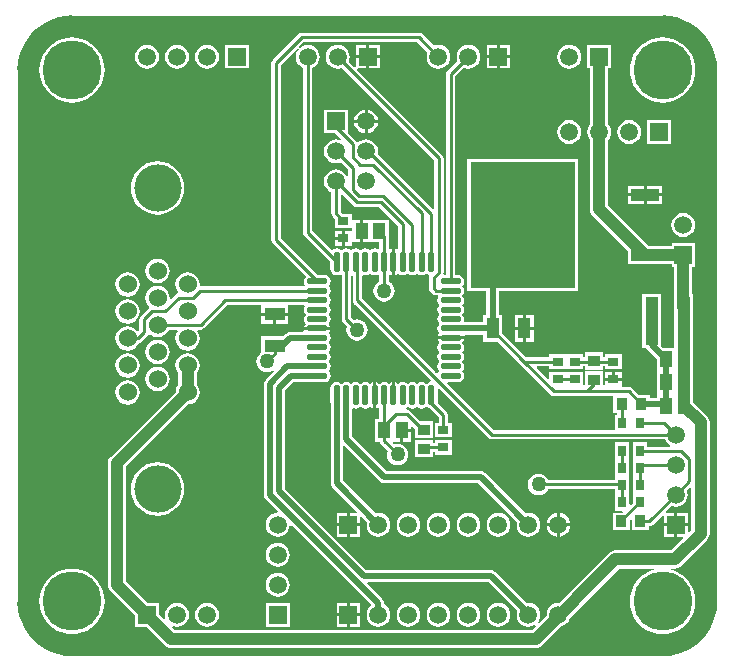
<source format=gtl>
G04 Layer_Physical_Order=1*
G04 Layer_Color=255*
%FSLAX24Y24*%
%MOIN*%
G70*
G01*
G75*
%ADD10R,0.0433X0.0551*%
%ADD11R,0.0354X0.0276*%
%ADD12R,0.0394X0.0374*%
%ADD13R,0.0433X0.0669*%
%ADD14R,0.0669X0.0433*%
%ADD15R,0.3504X0.4193*%
%ADD16R,0.0945X0.0413*%
%ADD17R,0.0374X0.0394*%
%ADD18R,0.0276X0.0354*%
%ADD19O,0.0217X0.0689*%
%ADD20O,0.0689X0.0217*%
%ADD21C,0.0200*%
%ADD22C,0.0100*%
%ADD23C,0.0400*%
%ADD24C,0.1575*%
%ADD25C,0.0600*%
%ADD26C,0.0591*%
%ADD27R,0.0591X0.0591*%
%ADD28R,0.0591X0.0591*%
%ADD29C,0.0500*%
%ADD30C,0.1969*%
G36*
X19922Y19518D02*
X20155Y19472D01*
X20381Y19396D01*
X20594Y19290D01*
X20791Y19158D01*
X20970Y19002D01*
X21127Y18823D01*
X21259Y18625D01*
X21364Y18412D01*
X21441Y18187D01*
X21487Y17954D01*
X21502Y17723D01*
X21501Y17717D01*
Y0D01*
X21502Y-7D01*
X21487Y-237D01*
X21441Y-470D01*
X21364Y-695D01*
X21259Y-909D01*
X21127Y-1106D01*
X20970Y-1285D01*
X20791Y-1442D01*
X20594Y-1574D01*
X20381Y-1679D01*
X20155Y-1755D01*
X19922Y-1802D01*
X19692Y-1817D01*
X19685Y-1816D01*
X0D01*
X-7Y-1817D01*
X-237Y-1802D01*
X-470Y-1755D01*
X-695Y-1679D01*
X-909Y-1574D01*
X-1106Y-1442D01*
X-1285Y-1285D01*
X-1442Y-1106D01*
X-1574Y-909D01*
X-1679Y-695D01*
X-1755Y-470D01*
X-1802Y-237D01*
X-1817Y-7D01*
X-1816Y0D01*
Y17717D01*
X-1817Y17723D01*
X-1802Y17954D01*
X-1755Y18187D01*
X-1679Y18412D01*
X-1574Y18625D01*
X-1442Y18823D01*
X-1285Y19002D01*
X-1106Y19158D01*
X-909Y19290D01*
X-695Y19396D01*
X-470Y19472D01*
X-237Y19518D01*
X-7Y19533D01*
X0Y19532D01*
X19685D01*
X19692Y19533D01*
X19922Y19518D01*
D02*
G37*
%LPC*%
G36*
X20525Y2950D02*
X20180D01*
Y2605D01*
X20525D01*
Y2950D01*
D02*
G37*
G36*
X16265Y2947D02*
Y2605D01*
X16607D01*
X16600Y2658D01*
X16561Y2754D01*
X16497Y2837D01*
X16415Y2900D01*
X16319Y2940D01*
X16265Y2947D01*
D02*
G37*
G36*
X12028Y5380D02*
X11435D01*
Y4806D01*
X12028D01*
Y4980D01*
X12096D01*
Y4895D01*
X12650D01*
Y5370D01*
X12096D01*
Y5286D01*
X12028D01*
Y5380D01*
D02*
G37*
G36*
X2850Y4638D02*
X2676Y4621D01*
X2509Y4570D01*
X2355Y4488D01*
X2219Y4377D01*
X2109Y4242D01*
X2026Y4088D01*
X1975Y3921D01*
X1958Y3747D01*
X1975Y3573D01*
X2026Y3405D01*
X2109Y3251D01*
X2219Y3116D01*
X2355Y3005D01*
X2509Y2923D01*
X2676Y2872D01*
X2850Y2855D01*
X3024Y2872D01*
X3191Y2923D01*
X3345Y3005D01*
X3481Y3116D01*
X3591Y3251D01*
X3674Y3405D01*
X3725Y3573D01*
X3742Y3747D01*
X3725Y3921D01*
X3674Y4088D01*
X3591Y4242D01*
X3481Y4377D01*
X3345Y4488D01*
X3191Y4570D01*
X3024Y4621D01*
X2850Y4638D01*
D02*
G37*
G36*
X16165Y2947D02*
X16112Y2940D01*
X16016Y2900D01*
X15933Y2837D01*
X15870Y2754D01*
X15830Y2658D01*
X15823Y2605D01*
X16165D01*
Y2947D01*
D02*
G37*
G36*
Y2505D02*
X15823D01*
X15830Y2452D01*
X15870Y2356D01*
X15933Y2273D01*
X16016Y2210D01*
X16112Y2170D01*
X16165Y2163D01*
Y2505D01*
D02*
G37*
G36*
X20080Y2505D02*
X19735D01*
Y2160D01*
X20080D01*
Y2505D01*
D02*
G37*
G36*
X9165Y2950D02*
X8820D01*
Y2605D01*
X9165D01*
Y2950D01*
D02*
G37*
G36*
X16607Y2505D02*
X16265D01*
Y2163D01*
X16319Y2170D01*
X16415Y2210D01*
X16497Y2273D01*
X16561Y2356D01*
X16600Y2452D01*
X16607Y2505D01*
D02*
G37*
G36*
X1850Y8272D02*
X1746Y8258D01*
X1648Y8218D01*
X1565Y8154D01*
X1501Y8070D01*
X1460Y7973D01*
X1447Y7868D01*
X1460Y7764D01*
X1501Y7667D01*
X1565Y7583D01*
X1648Y7519D01*
X1746Y7479D01*
X1850Y7465D01*
X1954Y7479D01*
X2052Y7519D01*
X2135Y7583D01*
X2199Y7667D01*
X2240Y7764D01*
X2253Y7868D01*
X2240Y7973D01*
X2199Y8070D01*
X2135Y8154D01*
X2052Y8218D01*
X1954Y8258D01*
X1850Y8272D01*
D02*
G37*
G36*
X18319Y7643D02*
X18091D01*
Y7455D01*
X18319D01*
Y7643D01*
D02*
G37*
G36*
X15031Y9050D02*
X14765D01*
Y8665D01*
X15031D01*
Y9050D01*
D02*
G37*
G36*
X2850Y8722D02*
X2746Y8708D01*
X2648Y8668D01*
X2565Y8604D01*
X2501Y8520D01*
X2460Y8423D01*
X2447Y8318D01*
X2460Y8214D01*
X2501Y8117D01*
X2565Y8033D01*
X2648Y7969D01*
X2746Y7929D01*
X2850Y7915D01*
X2954Y7929D01*
X3052Y7969D01*
X3135Y8033D01*
X3199Y8117D01*
X3240Y8214D01*
X3253Y8318D01*
X3240Y8423D01*
X3199Y8520D01*
X3135Y8604D01*
X3052Y8668D01*
X2954Y8708D01*
X2850Y8722D01*
D02*
G37*
G36*
X17991Y7643D02*
X17764D01*
Y7455D01*
X17991D01*
Y7643D01*
D02*
G37*
G36*
X1850Y7372D02*
X1746Y7358D01*
X1648Y7318D01*
X1565Y7254D01*
X1501Y7170D01*
X1460Y7073D01*
X1447Y6968D01*
X1460Y6864D01*
X1501Y6767D01*
X1565Y6683D01*
X1648Y6619D01*
X1746Y6579D01*
X1850Y6565D01*
X1954Y6579D01*
X2052Y6619D01*
X2135Y6683D01*
X2199Y6767D01*
X2240Y6864D01*
X2253Y6968D01*
X2240Y7073D01*
X2199Y7170D01*
X2135Y7254D01*
X2052Y7318D01*
X1954Y7358D01*
X1850Y7372D01*
D02*
G37*
G36*
X11312Y5650D02*
X11045D01*
Y5324D01*
X11312D01*
Y5650D01*
D02*
G37*
G36*
X9770Y7324D02*
X9689Y7308D01*
X9620Y7262D01*
X9605D01*
X9536Y7308D01*
X9455Y7324D01*
X9374Y7308D01*
X9305Y7262D01*
X9290D01*
X9221Y7308D01*
X9140Y7324D01*
X9059Y7308D01*
X8990Y7262D01*
X8975D01*
X8906Y7308D01*
X8825Y7324D01*
X8744Y7308D01*
X8675Y7262D01*
X8629Y7193D01*
X8613Y7112D01*
Y6639D01*
X8621Y6597D01*
Y3945D01*
X8637Y3867D01*
X8681Y3801D01*
X9486Y2997D01*
X9466Y2950D01*
X9265D01*
Y2605D01*
X9611D01*
Y2806D01*
X9657Y2825D01*
X9830Y2653D01*
X9817Y2555D01*
X9830Y2452D01*
X9870Y2356D01*
X9933Y2273D01*
X10016Y2210D01*
X10112Y2170D01*
X10215Y2156D01*
X10319Y2170D01*
X10415Y2210D01*
X10497Y2273D01*
X10561Y2356D01*
X10600Y2452D01*
X10614Y2555D01*
X10600Y2658D01*
X10561Y2754D01*
X10497Y2837D01*
X10415Y2900D01*
X10319Y2940D01*
X10215Y2954D01*
X10118Y2941D01*
X9029Y4030D01*
Y5167D01*
X9075Y5186D01*
X10256Y4006D01*
X10322Y3962D01*
X10400Y3946D01*
X10400Y3946D01*
X13536D01*
X14830Y2653D01*
X14817Y2555D01*
X14830Y2452D01*
X14870Y2356D01*
X14933Y2273D01*
X15016Y2210D01*
X15112Y2170D01*
X15215Y2156D01*
X15319Y2170D01*
X15415Y2210D01*
X15497Y2273D01*
X15561Y2356D01*
X15600Y2452D01*
X15614Y2555D01*
X15600Y2658D01*
X15561Y2754D01*
X15497Y2837D01*
X15415Y2900D01*
X15319Y2940D01*
X15215Y2954D01*
X15118Y2941D01*
X13765Y4294D01*
X13699Y4338D01*
X13620Y4354D01*
X10484D01*
X9344Y5494D01*
Y6408D01*
X9394Y6439D01*
X9455Y6427D01*
X9536Y6443D01*
X9605Y6489D01*
X9620D01*
X9689Y6443D01*
X9770Y6427D01*
X9851Y6443D01*
X9920Y6489D01*
X9935D01*
X10004Y6443D01*
X10035Y6437D01*
Y6876D01*
Y7314D01*
X10004Y7308D01*
X9935Y7262D01*
X9920D01*
X9851Y7308D01*
X9770Y7324D01*
D02*
G37*
G36*
X2850Y7822D02*
X2746Y7808D01*
X2648Y7768D01*
X2565Y7704D01*
X2501Y7620D01*
X2460Y7523D01*
X2447Y7418D01*
X2460Y7314D01*
X2501Y7217D01*
X2565Y7133D01*
X2648Y7069D01*
X2746Y7029D01*
X2850Y7015D01*
X2954Y7029D01*
X3052Y7069D01*
X3135Y7133D01*
X3199Y7217D01*
X3240Y7314D01*
X3253Y7418D01*
X3240Y7523D01*
X3199Y7620D01*
X3135Y7704D01*
X3052Y7768D01*
X2954Y7808D01*
X2850Y7822D01*
D02*
G37*
G36*
X9611Y2505D02*
X9265D01*
Y2160D01*
X9611D01*
Y2505D01*
D02*
G37*
G36*
X7253Y-50D02*
X6462D01*
Y-840D01*
X7253D01*
Y-50D01*
D02*
G37*
G36*
X14215Y-46D02*
X14112Y-60D01*
X14016Y-100D01*
X13933Y-163D01*
X13870Y-246D01*
X13830Y-342D01*
X13817Y-445D01*
X13830Y-548D01*
X13870Y-644D01*
X13933Y-727D01*
X14016Y-790D01*
X14112Y-830D01*
X14215Y-844D01*
X14319Y-830D01*
X14415Y-790D01*
X14497Y-727D01*
X14561Y-644D01*
X14600Y-548D01*
X14614Y-445D01*
X14600Y-342D01*
X14561Y-246D01*
X14497Y-163D01*
X14415Y-100D01*
X14319Y-60D01*
X14215Y-46D01*
D02*
G37*
G36*
X9611Y-495D02*
X9265D01*
Y-840D01*
X9611D01*
Y-495D01*
D02*
G37*
G36*
X9165D02*
X8820D01*
Y-840D01*
X9165D01*
Y-495D01*
D02*
G37*
G36*
X13215Y-46D02*
X13112Y-60D01*
X13016Y-100D01*
X12933Y-163D01*
X12870Y-246D01*
X12830Y-342D01*
X12817Y-445D01*
X12830Y-548D01*
X12870Y-644D01*
X12933Y-727D01*
X13016Y-790D01*
X13112Y-830D01*
X13215Y-844D01*
X13319Y-830D01*
X13415Y-790D01*
X13497Y-727D01*
X13561Y-644D01*
X13600Y-548D01*
X13614Y-445D01*
X13600Y-342D01*
X13561Y-246D01*
X13497Y-163D01*
X13415Y-100D01*
X13319Y-60D01*
X13215Y-46D01*
D02*
G37*
G36*
X4500D02*
X4397Y-60D01*
X4301Y-100D01*
X4218Y-163D01*
X4155Y-246D01*
X4115Y-342D01*
X4101Y-445D01*
X4115Y-548D01*
X4155Y-644D01*
X4218Y-727D01*
X4301Y-790D01*
X4397Y-830D01*
X4500Y-844D01*
X4603Y-830D01*
X4699Y-790D01*
X4782Y-727D01*
X4845Y-644D01*
X4885Y-548D01*
X4899Y-445D01*
X4885Y-342D01*
X4845Y-246D01*
X4782Y-163D01*
X4699Y-100D01*
X4603Y-60D01*
X4500Y-46D01*
D02*
G37*
G36*
X0Y1088D02*
X-170Y1074D01*
X-336Y1034D01*
X-494Y969D01*
X-639Y880D01*
X-769Y769D01*
X-880Y639D01*
X-969Y494D01*
X-1034Y336D01*
X-1074Y170D01*
X-1088Y0D01*
X-1074Y-170D01*
X-1034Y-336D01*
X-969Y-494D01*
X-880Y-639D01*
X-769Y-769D01*
X-639Y-880D01*
X-494Y-969D01*
X-336Y-1034D01*
X-170Y-1074D01*
X0Y-1088D01*
X170Y-1074D01*
X336Y-1034D01*
X494Y-969D01*
X639Y-880D01*
X769Y-769D01*
X880Y-639D01*
X969Y-494D01*
X1034Y-336D01*
X1074Y-170D01*
X1088Y0D01*
X1074Y170D01*
X1034Y336D01*
X969Y494D01*
X880Y639D01*
X769Y769D01*
X639Y880D01*
X494Y969D01*
X336Y1034D01*
X170Y1074D01*
X0Y1088D01*
D02*
G37*
G36*
X12215Y-46D02*
X12112Y-60D01*
X12016Y-100D01*
X11933Y-163D01*
X11870Y-246D01*
X11830Y-342D01*
X11817Y-445D01*
X11830Y-548D01*
X11870Y-644D01*
X11933Y-727D01*
X12016Y-790D01*
X12112Y-830D01*
X12215Y-844D01*
X12319Y-830D01*
X12415Y-790D01*
X12497Y-727D01*
X12561Y-644D01*
X12600Y-548D01*
X12614Y-445D01*
X12600Y-342D01*
X12561Y-246D01*
X12497Y-163D01*
X12415Y-100D01*
X12319Y-60D01*
X12215Y-46D01*
D02*
G37*
G36*
X11215D02*
X11112Y-60D01*
X11016Y-100D01*
X10933Y-163D01*
X10870Y-246D01*
X10830Y-342D01*
X10817Y-445D01*
X10830Y-548D01*
X10870Y-644D01*
X10933Y-727D01*
X11016Y-790D01*
X11112Y-830D01*
X11215Y-844D01*
X11319Y-830D01*
X11415Y-790D01*
X11497Y-727D01*
X11561Y-644D01*
X11600Y-548D01*
X11614Y-445D01*
X11600Y-342D01*
X11561Y-246D01*
X11497Y-163D01*
X11415Y-100D01*
X11319Y-60D01*
X11215Y-46D01*
D02*
G37*
G36*
X13215Y2954D02*
X13112Y2940D01*
X13016Y2900D01*
X12933Y2837D01*
X12870Y2754D01*
X12830Y2658D01*
X12817Y2555D01*
X12830Y2452D01*
X12870Y2356D01*
X12933Y2273D01*
X13016Y2210D01*
X13112Y2170D01*
X13215Y2156D01*
X13319Y2170D01*
X13415Y2210D01*
X13497Y2273D01*
X13561Y2356D01*
X13600Y2452D01*
X13614Y2555D01*
X13600Y2658D01*
X13561Y2754D01*
X13497Y2837D01*
X13415Y2900D01*
X13319Y2940D01*
X13215Y2954D01*
D02*
G37*
G36*
X12215D02*
X12112Y2940D01*
X12016Y2900D01*
X11933Y2837D01*
X11870Y2754D01*
X11830Y2658D01*
X11817Y2555D01*
X11830Y2452D01*
X11870Y2356D01*
X11933Y2273D01*
X12016Y2210D01*
X12112Y2170D01*
X12215Y2156D01*
X12319Y2170D01*
X12415Y2210D01*
X12497Y2273D01*
X12561Y2356D01*
X12600Y2452D01*
X12614Y2555D01*
X12600Y2658D01*
X12561Y2754D01*
X12497Y2837D01*
X12415Y2900D01*
X12319Y2940D01*
X12215Y2954D01*
D02*
G37*
G36*
X9165Y2505D02*
X8820D01*
Y2160D01*
X9165D01*
Y2505D01*
D02*
G37*
G36*
X14215Y2954D02*
X14112Y2940D01*
X14016Y2900D01*
X13933Y2837D01*
X13870Y2754D01*
X13830Y2658D01*
X13817Y2555D01*
X13830Y2452D01*
X13870Y2356D01*
X13933Y2273D01*
X14016Y2210D01*
X14112Y2170D01*
X14215Y2156D01*
X14319Y2170D01*
X14415Y2210D01*
X14497Y2273D01*
X14561Y2356D01*
X14600Y2452D01*
X14614Y2555D01*
X14600Y2658D01*
X14561Y2754D01*
X14497Y2837D01*
X14415Y2900D01*
X14319Y2940D01*
X14215Y2954D01*
D02*
G37*
G36*
X11215D02*
X11112Y2940D01*
X11016Y2900D01*
X10933Y2837D01*
X10870Y2754D01*
X10830Y2658D01*
X10817Y2555D01*
X10830Y2452D01*
X10870Y2356D01*
X10933Y2273D01*
X11016Y2210D01*
X11112Y2170D01*
X11215Y2156D01*
X11319Y2170D01*
X11415Y2210D01*
X11497Y2273D01*
X11561Y2356D01*
X11600Y2452D01*
X11614Y2555D01*
X11600Y2658D01*
X11561Y2754D01*
X11497Y2837D01*
X11415Y2900D01*
X11319Y2940D01*
X11215Y2954D01*
D02*
G37*
G36*
X9611Y-50D02*
X9265D01*
Y-395D01*
X9611D01*
Y-50D01*
D02*
G37*
G36*
X9165D02*
X8820D01*
Y-395D01*
X9165D01*
Y-50D01*
D02*
G37*
G36*
X6858Y1954D02*
X6754Y1940D01*
X6658Y1900D01*
X6576Y1837D01*
X6512Y1754D01*
X6473Y1658D01*
X6459Y1555D01*
X6473Y1452D01*
X6512Y1356D01*
X6576Y1273D01*
X6658Y1210D01*
X6754Y1170D01*
X6858Y1156D01*
X6961Y1170D01*
X7057Y1210D01*
X7140Y1273D01*
X7203Y1356D01*
X7243Y1452D01*
X7256Y1555D01*
X7243Y1658D01*
X7203Y1754D01*
X7140Y1837D01*
X7057Y1900D01*
X6961Y1940D01*
X6858Y1954D01*
D02*
G37*
G36*
Y954D02*
X6754Y940D01*
X6658Y900D01*
X6576Y837D01*
X6512Y754D01*
X6473Y658D01*
X6459Y555D01*
X6473Y452D01*
X6512Y356D01*
X6576Y273D01*
X6658Y210D01*
X6754Y170D01*
X6858Y156D01*
X6961Y170D01*
X7057Y210D01*
X7140Y273D01*
X7203Y356D01*
X7243Y452D01*
X7256Y555D01*
X7243Y658D01*
X7203Y754D01*
X7140Y837D01*
X7057Y900D01*
X6961Y940D01*
X6858Y954D01*
D02*
G37*
G36*
X15398Y9050D02*
X15131D01*
Y8665D01*
X15398D01*
Y9050D01*
D02*
G37*
G36*
X3500Y18560D02*
X3397Y18547D01*
X3301Y18507D01*
X3218Y18443D01*
X3155Y18361D01*
X3115Y18265D01*
X3101Y18161D01*
X3115Y18058D01*
X3155Y17962D01*
X3218Y17880D01*
X3301Y17816D01*
X3397Y17776D01*
X3500Y17763D01*
X3603Y17776D01*
X3699Y17816D01*
X3782Y17880D01*
X3845Y17962D01*
X3885Y18058D01*
X3899Y18161D01*
X3885Y18265D01*
X3845Y18361D01*
X3782Y18443D01*
X3699Y18507D01*
X3603Y18547D01*
X3500Y18560D01*
D02*
G37*
G36*
X2500D02*
X2397Y18547D01*
X2301Y18507D01*
X2218Y18443D01*
X2155Y18361D01*
X2115Y18265D01*
X2101Y18161D01*
X2115Y18058D01*
X2155Y17962D01*
X2218Y17880D01*
X2301Y17816D01*
X2397Y17776D01*
X2500Y17763D01*
X2603Y17776D01*
X2699Y17816D01*
X2782Y17880D01*
X2845Y17962D01*
X2885Y18058D01*
X2899Y18161D01*
X2885Y18265D01*
X2845Y18361D01*
X2782Y18443D01*
X2699Y18507D01*
X2603Y18547D01*
X2500Y18560D01*
D02*
G37*
G36*
X11577Y18953D02*
X7650D01*
X7591Y18941D01*
X7542Y18908D01*
X6692Y18058D01*
X6659Y18009D01*
X6647Y17950D01*
Y12050D01*
X6659Y11992D01*
X6692Y11942D01*
X7791Y10843D01*
X7789Y10825D01*
X7743Y10756D01*
X7727Y10675D01*
X7743Y10594D01*
X7764Y10563D01*
X7737Y10513D01*
X4297D01*
X4251Y10552D01*
X4253Y10568D01*
X4240Y10673D01*
X4199Y10770D01*
X4135Y10854D01*
X4052Y10918D01*
X3954Y10958D01*
X3850Y10972D01*
X3746Y10958D01*
X3648Y10918D01*
X3565Y10854D01*
X3501Y10770D01*
X3460Y10673D01*
X3447Y10568D01*
X3460Y10464D01*
X3501Y10367D01*
X3537Y10320D01*
X3516Y10264D01*
X3492Y10260D01*
X3442Y10226D01*
X3296Y10081D01*
X3251Y10103D01*
X3253Y10118D01*
X3240Y10223D01*
X3199Y10320D01*
X3135Y10404D01*
X3052Y10468D01*
X2954Y10508D01*
X2850Y10522D01*
X2746Y10508D01*
X2648Y10468D01*
X2565Y10404D01*
X2501Y10320D01*
X2460Y10223D01*
X2447Y10118D01*
X2460Y10014D01*
X2501Y9917D01*
X2560Y9839D01*
X2565Y9814D01*
X2564Y9782D01*
X2555Y9776D01*
X2292Y9513D01*
X2259Y9463D01*
X2247Y9405D01*
Y9043D01*
X2217Y9014D01*
X2163Y9018D01*
X2135Y9054D01*
X2052Y9118D01*
X1954Y9158D01*
X1850Y9172D01*
X1746Y9158D01*
X1648Y9118D01*
X1565Y9054D01*
X1501Y8970D01*
X1460Y8873D01*
X1447Y8768D01*
X1460Y8664D01*
X1501Y8567D01*
X1565Y8483D01*
X1648Y8419D01*
X1746Y8379D01*
X1850Y8365D01*
X1954Y8379D01*
X2052Y8419D01*
X2135Y8483D01*
X2199Y8567D01*
X2221Y8620D01*
X2259Y8627D01*
X2308Y8660D01*
X2508Y8860D01*
X2532Y8896D01*
X2579Y8911D01*
X2593Y8912D01*
X2648Y8869D01*
X2746Y8829D01*
X2850Y8815D01*
X2954Y8829D01*
X3052Y8869D01*
X3135Y8933D01*
X3199Y9017D01*
X3220Y9065D01*
X3511D01*
X3535Y9015D01*
X3501Y8970D01*
X3460Y8873D01*
X3447Y8768D01*
X3460Y8664D01*
X3501Y8567D01*
X3565Y8483D01*
X3648Y8419D01*
X3746Y8379D01*
X3850Y8365D01*
X3954Y8379D01*
X4052Y8419D01*
X4135Y8483D01*
X4199Y8567D01*
X4240Y8664D01*
X4253Y8768D01*
X4240Y8873D01*
X4199Y8970D01*
X4165Y9015D01*
X4189Y9065D01*
X4284D01*
X4343Y9077D01*
X4392Y9110D01*
X5174Y9892D01*
X6315D01*
Y9632D01*
X6750D01*
X7185D01*
Y9892D01*
X7737D01*
X7764Y9842D01*
X7743Y9811D01*
X7727Y9730D01*
X7743Y9649D01*
X7789Y9580D01*
Y9565D01*
X7743Y9496D01*
X7727Y9415D01*
X7743Y9334D01*
X7768Y9296D01*
X7786Y9257D01*
X7768Y9219D01*
X7743Y9181D01*
X7737Y9150D01*
X8176D01*
X8614D01*
X8608Y9181D01*
X8583Y9219D01*
X8565Y9257D01*
X8583Y9296D01*
X8608Y9334D01*
X8624Y9415D01*
X8608Y9496D01*
X8562Y9565D01*
Y9580D01*
X8608Y9649D01*
X8624Y9730D01*
X8608Y9811D01*
X8583Y9849D01*
X8565Y9887D01*
X8583Y9926D01*
X8608Y9964D01*
X8624Y10045D01*
X8608Y10126D01*
X8562Y10195D01*
Y10210D01*
X8608Y10279D01*
X8624Y10360D01*
X8608Y10441D01*
X8562Y10510D01*
Y10525D01*
X8608Y10594D01*
X8624Y10675D01*
X8608Y10756D01*
X8562Y10825D01*
X8493Y10871D01*
X8412Y10887D01*
X8180D01*
X6953Y12114D01*
Y17887D01*
X7523Y18457D01*
X7559Y18425D01*
D01*
X7560Y18424D01*
X7532Y18386D01*
X7512Y18361D01*
X7473Y18265D01*
X7459Y18161D01*
X7473Y18058D01*
X7512Y17962D01*
X7576Y17880D01*
X7658Y17816D01*
X7705Y17797D01*
Y12292D01*
X7716Y12233D01*
X7750Y12184D01*
X8613Y11320D01*
Y11088D01*
X8629Y11007D01*
X8675Y10938D01*
X8744Y10892D01*
X8825Y10876D01*
X8906Y10892D01*
X8937Y10913D01*
X8987Y10886D01*
Y9410D01*
X8999Y9351D01*
X9032Y9302D01*
X9169Y9165D01*
X9159Y9141D01*
X9147Y9050D01*
X9159Y8959D01*
X9194Y8873D01*
X9250Y8800D01*
X9323Y8744D01*
X9409Y8709D01*
X9500Y8697D01*
X9591Y8709D01*
X9677Y8744D01*
X9750Y8800D01*
X9806Y8873D01*
X9841Y8959D01*
X9853Y9050D01*
X9841Y9141D01*
X9806Y9227D01*
X9750Y9300D01*
X9677Y9356D01*
X9591Y9391D01*
X9500Y9403D01*
X9409Y9391D01*
X9385Y9381D01*
X9293Y9473D01*
Y10845D01*
X9343Y10874D01*
X9359Y10864D01*
Y10036D01*
X9371Y9978D01*
X9404Y9928D01*
X11960Y7372D01*
X11943Y7318D01*
X11894Y7308D01*
X11825Y7262D01*
X11810D01*
X11741Y7308D01*
X11660Y7324D01*
X11579Y7308D01*
X11510Y7262D01*
X11495D01*
X11426Y7308D01*
X11345Y7324D01*
X11264Y7308D01*
X11226Y7283D01*
X11187Y7265D01*
X11149Y7283D01*
X11111Y7308D01*
X11030Y7324D01*
X10949Y7308D01*
X10911Y7283D01*
X10872Y7265D01*
X10834Y7283D01*
X10796Y7308D01*
X10765Y7314D01*
Y6876D01*
X10665D01*
Y7314D01*
X10634Y7308D01*
X10565Y7262D01*
X10550D01*
X10481Y7308D01*
X10400Y7324D01*
X10319Y7308D01*
X10250Y7262D01*
X10235D01*
X10166Y7308D01*
X10135Y7314D01*
Y6876D01*
Y6437D01*
X10166Y6443D01*
X10197Y6464D01*
X10247Y6437D01*
Y6076D01*
X10088D01*
Y5324D01*
X10256D01*
X10263Y5287D01*
X10297Y5237D01*
X10519Y5015D01*
X10509Y4991D01*
X10497Y4900D01*
X10509Y4809D01*
X10544Y4723D01*
X10600Y4650D01*
X10673Y4594D01*
X10759Y4559D01*
X10850Y4547D01*
X10941Y4559D01*
X11027Y4594D01*
X11100Y4650D01*
X11156Y4723D01*
X11191Y4809D01*
X11203Y4900D01*
X11191Y4991D01*
X11156Y5077D01*
X11100Y5150D01*
X11027Y5206D01*
X10941Y5241D01*
X10850Y5253D01*
X10759Y5241D01*
X10735Y5231D01*
X10688Y5278D01*
X10707Y5324D01*
X10945D01*
Y5700D01*
X10995D01*
Y5750D01*
X11312D01*
Y5806D01*
X11358Y5825D01*
X11435Y5749D01*
Y5436D01*
X12028D01*
Y6010D01*
X11606D01*
X11258Y6358D01*
X11208Y6391D01*
X11150Y6403D01*
X11141D01*
X11125Y6453D01*
X11180Y6489D01*
X11195D01*
X11264Y6443D01*
X11345Y6427D01*
X11426Y6443D01*
X11495Y6489D01*
X11510D01*
X11579Y6443D01*
X11660Y6427D01*
X11741Y6443D01*
X11810Y6489D01*
X11825D01*
X11894Y6443D01*
X11952Y6432D01*
X12220Y6164D01*
Y5961D01*
X12096D01*
Y5485D01*
X12650D01*
Y5961D01*
X12526D01*
Y6227D01*
X12514Y6286D01*
X12481Y6335D01*
X12185Y6631D01*
X12187Y6639D01*
Y7074D01*
X12237Y7095D01*
X13885Y5447D01*
X13935Y5414D01*
X13993Y5402D01*
X19765D01*
X19785Y5356D01*
X19848Y5273D01*
X19931Y5210D01*
X19946Y5203D01*
X19936Y5153D01*
X19163D01*
Y5304D01*
X18688D01*
Y4749D01*
X18688D01*
X18688Y4731D01*
X18688D01*
Y4177D01*
X18688D01*
X18688Y4159D01*
X18688D01*
Y3604D01*
X18688D01*
X18688Y3586D01*
X18688D01*
Y3287D01*
X18619Y3219D01*
X18573Y3238D01*
Y3586D01*
X18573D01*
X18573Y3604D01*
X18573D01*
Y4127D01*
X18573Y4177D01*
X18573Y4209D01*
Y4731D01*
X18573D01*
X18573Y4749D01*
X18573D01*
Y5304D01*
X18097D01*
Y4749D01*
X18097D01*
X18097Y4731D01*
X18097D01*
Y4209D01*
X18097Y4159D01*
X18097Y4127D01*
Y4053D01*
X15867D01*
X15858Y4077D01*
X15801Y4150D01*
X15728Y4206D01*
X15643Y4241D01*
X15552Y4253D01*
X15460Y4241D01*
X15375Y4206D01*
X15302Y4150D01*
X15246Y4077D01*
X15211Y3991D01*
X15199Y3900D01*
X15211Y3809D01*
X15246Y3723D01*
X15302Y3650D01*
X15375Y3594D01*
X15460Y3559D01*
X15552Y3547D01*
X15643Y3559D01*
X15728Y3594D01*
X15801Y3650D01*
X15858Y3723D01*
X15867Y3747D01*
X18097D01*
Y3604D01*
X18097D01*
X18097Y3586D01*
X18097D01*
Y3032D01*
X18330D01*
X18355Y2982D01*
X18342Y2964D01*
X18028D01*
Y2371D01*
X18602D01*
Y2729D01*
X18608Y2733D01*
X18658Y2706D01*
Y2371D01*
X19232D01*
Y2515D01*
X19242D01*
X19301Y2526D01*
X19350Y2559D01*
X19688Y2897D01*
X19735Y2878D01*
Y2605D01*
X20080D01*
Y2950D01*
X19807D01*
X19788Y2997D01*
X19980Y3189D01*
X20027Y3170D01*
X20130Y3156D01*
X20233Y3170D01*
X20329Y3210D01*
X20412Y3273D01*
X20475Y3356D01*
X20515Y3452D01*
X20529Y3555D01*
X20515Y3658D01*
X20496Y3705D01*
X20601Y3810D01*
X20647Y3791D01*
Y2375D01*
X20571Y2299D01*
X20525Y2318D01*
Y2505D01*
X20180D01*
Y2160D01*
X20367D01*
X20386Y2114D01*
X19975Y1703D01*
X18110D01*
X18032Y1692D01*
X17959Y1662D01*
X17896Y1614D01*
X16234Y-49D01*
X16215Y-46D01*
X16112Y-60D01*
X16016Y-100D01*
X15933Y-163D01*
X15870Y-246D01*
X15830Y-342D01*
X15817Y-445D01*
X15819Y-463D01*
X15576Y-706D01*
X15538Y-673D01*
X15561Y-644D01*
X15600Y-548D01*
X15614Y-445D01*
X15600Y-342D01*
X15561Y-246D01*
X15497Y-163D01*
X15415Y-100D01*
X15319Y-60D01*
X15215Y-46D01*
X15162Y-53D01*
X14115Y994D01*
X14049Y1038D01*
X13970Y1054D01*
X9809D01*
X7104Y3759D01*
Y7041D01*
X7384Y7321D01*
X7897D01*
X7939Y7313D01*
X8412D01*
X8493Y7329D01*
X8562Y7375D01*
X8608Y7444D01*
X8624Y7525D01*
X8608Y7606D01*
X8562Y7675D01*
Y7690D01*
X8608Y7759D01*
X8624Y7840D01*
X8608Y7921D01*
X8562Y7990D01*
Y8005D01*
X8608Y8074D01*
X8624Y8155D01*
X8608Y8236D01*
X8583Y8274D01*
X8565Y8313D01*
X8583Y8351D01*
X8608Y8389D01*
X8624Y8470D01*
X8608Y8551D01*
X8562Y8620D01*
Y8635D01*
X8608Y8704D01*
X8624Y8785D01*
X8608Y8866D01*
X8562Y8935D01*
Y8950D01*
X8608Y9019D01*
X8614Y9050D01*
X8176D01*
X7737D01*
X7739Y9039D01*
X7708Y8989D01*
X7267D01*
X7189Y8973D01*
X7122Y8929D01*
X7028Y8835D01*
X6315D01*
Y8299D01*
X6250Y8250D01*
X6194Y8177D01*
X6159Y8091D01*
X6147Y8000D01*
X6159Y7909D01*
X6194Y7823D01*
X6250Y7750D01*
X6323Y7694D01*
X6409Y7659D01*
X6500Y7647D01*
X6591Y7659D01*
X6677Y7694D01*
X6714Y7723D01*
X6747Y7685D01*
X6456Y7394D01*
X6412Y7328D01*
X6396Y7250D01*
Y3550D01*
X6412Y3472D01*
X6456Y3406D01*
X6861Y3001D01*
X6839Y2951D01*
X6754Y2940D01*
X6658Y2900D01*
X6576Y2837D01*
X6512Y2754D01*
X6473Y2658D01*
X6459Y2555D01*
X6473Y2452D01*
X6512Y2356D01*
X6576Y2273D01*
X6658Y2210D01*
X6754Y2170D01*
X6858Y2156D01*
X6961Y2170D01*
X7057Y2210D01*
X7140Y2273D01*
X7203Y2356D01*
X7243Y2452D01*
X7254Y2537D01*
X7303Y2558D01*
X9958Y-97D01*
X9955Y-146D01*
X9933Y-163D01*
X9870Y-246D01*
X9830Y-342D01*
X9817Y-445D01*
X9830Y-548D01*
X9870Y-644D01*
X9933Y-727D01*
X10016Y-790D01*
X10112Y-830D01*
X10215Y-844D01*
X10319Y-830D01*
X10415Y-790D01*
X10497Y-727D01*
X10561Y-644D01*
X10600Y-548D01*
X10614Y-445D01*
X10600Y-342D01*
X10561Y-246D01*
X10497Y-163D01*
X10415Y-100D01*
X10404Y-95D01*
Y-50D01*
X10388Y28D01*
X10344Y94D01*
X9839Y600D01*
X9858Y646D01*
X13886D01*
X14843Y-311D01*
X14830Y-342D01*
X14817Y-445D01*
X14830Y-548D01*
X14870Y-644D01*
X14933Y-727D01*
X15016Y-790D01*
X15112Y-830D01*
X15215Y-844D01*
X15319Y-830D01*
X15415Y-790D01*
X15444Y-768D01*
X15477Y-806D01*
X15335Y-947D01*
X3430D01*
X3346Y-863D01*
X3374Y-821D01*
X3397Y-830D01*
X3500Y-844D01*
X3603Y-830D01*
X3699Y-790D01*
X3782Y-727D01*
X3845Y-644D01*
X3885Y-548D01*
X3899Y-445D01*
X3885Y-342D01*
X3845Y-246D01*
X3782Y-163D01*
X3699Y-100D01*
X3603Y-60D01*
X3500Y-46D01*
X3397Y-60D01*
X3301Y-100D01*
X3218Y-163D01*
X3155Y-246D01*
X3115Y-342D01*
X3101Y-445D01*
X3115Y-548D01*
X3124Y-570D01*
X3082Y-599D01*
X2895Y-412D01*
Y-50D01*
X2533D01*
X1803Y680D01*
Y4493D01*
X3878Y6569D01*
X3954Y6579D01*
X4052Y6619D01*
X4135Y6683D01*
X4199Y6767D01*
X4240Y6864D01*
X4253Y6968D01*
X4240Y7073D01*
X4199Y7170D01*
X4153Y7231D01*
Y7606D01*
X4199Y7667D01*
X4240Y7764D01*
X4253Y7868D01*
X4240Y7973D01*
X4199Y8070D01*
X4135Y8154D01*
X4052Y8218D01*
X3954Y8258D01*
X3850Y8272D01*
X3746Y8258D01*
X3648Y8218D01*
X3565Y8154D01*
X3501Y8070D01*
X3460Y7973D01*
X3447Y7868D01*
X3460Y7764D01*
X3501Y7667D01*
X3547Y7606D01*
Y7231D01*
X3501Y7170D01*
X3460Y7073D01*
X3450Y6996D01*
X1286Y4832D01*
X1238Y4770D01*
X1208Y4697D01*
X1197Y4618D01*
Y555D01*
X1208Y477D01*
X1238Y404D01*
X1286Y341D01*
X2105Y-478D01*
Y-840D01*
X2467D01*
X3091Y-1464D01*
X3154Y-1512D01*
X3227Y-1542D01*
X3305Y-1553D01*
X3305Y-1553D01*
X15460D01*
X15539Y-1542D01*
X15612Y-1512D01*
X15674Y-1464D01*
X16307Y-832D01*
X16319Y-830D01*
X16415Y-790D01*
X16497Y-727D01*
X16561Y-644D01*
X16600Y-548D01*
X16602Y-536D01*
X18236Y1097D01*
X19397D01*
X19403Y1047D01*
X19349Y1034D01*
X19191Y969D01*
X19046Y880D01*
X18916Y769D01*
X18805Y639D01*
X18716Y494D01*
X18651Y336D01*
X18611Y170D01*
X18597Y0D01*
X18611Y-170D01*
X18651Y-336D01*
X18716Y-494D01*
X18805Y-639D01*
X18916Y-769D01*
X19046Y-880D01*
X19191Y-969D01*
X19349Y-1034D01*
X19515Y-1074D01*
X19685Y-1088D01*
X19855Y-1074D01*
X20021Y-1034D01*
X20179Y-969D01*
X20324Y-880D01*
X20454Y-769D01*
X20565Y-639D01*
X20654Y-494D01*
X20719Y-336D01*
X20759Y-170D01*
X20773Y0D01*
X20759Y170D01*
X20719Y336D01*
X20654Y494D01*
X20565Y639D01*
X20454Y769D01*
X20324Y880D01*
X20179Y969D01*
X20021Y1034D01*
X19967Y1047D01*
X19973Y1097D01*
X20100D01*
X20178Y1108D01*
X20251Y1138D01*
X20314Y1186D01*
X21164Y2036D01*
X21164Y2036D01*
X21212Y2099D01*
X21242Y2172D01*
X21253Y2250D01*
X21253Y2250D01*
Y5973D01*
X21242Y6051D01*
X21212Y6124D01*
X21164Y6187D01*
X20710Y6641D01*
Y6905D01*
X20710D01*
Y6923D01*
X20710D01*
Y7674D01*
X20710D01*
Y7692D01*
X20710D01*
Y8444D01*
X20710D01*
Y8462D01*
X20710D01*
Y9331D01*
X20710D01*
Y9365D01*
X20710D01*
Y10235D01*
X20683D01*
Y11155D01*
X20775D01*
Y11945D01*
X19985D01*
Y11853D01*
X19672D01*
Y11857D01*
X19221D01*
X17876Y13202D01*
Y15395D01*
X17918Y15451D01*
X17958Y15547D01*
X17972Y15650D01*
X17958Y15753D01*
X17918Y15849D01*
X17876Y15905D01*
Y17766D01*
X17968D01*
Y18557D01*
X17178D01*
Y17766D01*
X17270D01*
Y15905D01*
X17228Y15849D01*
X17188Y15753D01*
X17174Y15650D01*
X17188Y15547D01*
X17228Y15451D01*
X17270Y15395D01*
Y13077D01*
X17281Y12999D01*
X17311Y12926D01*
X17359Y12863D01*
X18528Y11695D01*
Y11243D01*
X19672D01*
Y11247D01*
X19985D01*
Y11155D01*
X20077D01*
Y10235D01*
X20077D01*
Y9365D01*
X20077D01*
Y9331D01*
X20077D01*
Y8462D01*
X20035Y8444D01*
X19716D01*
X19647Y8512D01*
Y9331D01*
X19647D01*
Y9365D01*
X19647D01*
Y10235D01*
X19014D01*
Y9365D01*
X19014D01*
Y9331D01*
X19014D01*
Y8462D01*
X19143D01*
X19187Y8396D01*
X19487Y8096D01*
Y7692D01*
X19487D01*
Y7674D01*
X19487D01*
Y6923D01*
X19487D01*
Y6905D01*
X19487D01*
Y6795D01*
X19252D01*
Y6888D01*
X18884D01*
X18665Y7108D01*
X18615Y7141D01*
X18556Y7153D01*
X18363D01*
X18319Y7167D01*
X18319Y7203D01*
Y7355D01*
X18041D01*
X17764D01*
X17764Y7210D01*
X17714Y7182D01*
X17697Y7194D01*
Y7672D01*
X17103D01*
Y7194D01*
X17086Y7181D01*
X17036Y7207D01*
Y7643D01*
X16481D01*
Y7643D01*
X16463Y7643D01*
Y7643D01*
X15909D01*
Y7436D01*
X15863Y7417D01*
X15484Y7796D01*
X15503Y7842D01*
X15909D01*
Y7757D01*
X16431D01*
X16463Y7757D01*
X16513Y7757D01*
X17036D01*
Y7842D01*
X17103D01*
Y7728D01*
X17697D01*
Y7842D01*
X17764D01*
Y7757D01*
X18319D01*
Y8233D01*
X17764D01*
Y8148D01*
X17697D01*
Y8302D01*
X17103D01*
Y8148D01*
X17036D01*
Y8233D01*
X16513D01*
X16481Y8233D01*
X16431Y8233D01*
X15909D01*
Y8148D01*
X15132D01*
X14335Y8945D01*
Y9535D01*
X14222D01*
Y10354D01*
X16877D01*
Y14746D01*
X13173D01*
Y10354D01*
X13815D01*
Y9535D01*
X13702D01*
Y9304D01*
X13092D01*
X13061Y9354D01*
X13073Y9415D01*
X13057Y9496D01*
X13011Y9565D01*
Y9580D01*
X13057Y9649D01*
X13073Y9730D01*
X13057Y9811D01*
X13032Y9849D01*
X13014Y9887D01*
X13032Y9926D01*
X13057Y9964D01*
X13073Y10045D01*
X13057Y10126D01*
X13011Y10195D01*
Y10210D01*
X13057Y10279D01*
X13073Y10360D01*
X13057Y10441D01*
X13011Y10510D01*
Y10525D01*
X13057Y10594D01*
X13073Y10675D01*
X13057Y10756D01*
X13011Y10825D01*
X12942Y10871D01*
X12861Y10887D01*
X12777D01*
Y17507D01*
X13066Y17796D01*
X13112Y17776D01*
X13215Y17763D01*
X13319Y17776D01*
X13415Y17816D01*
X13497Y17880D01*
X13561Y17962D01*
X13600Y18058D01*
X13614Y18161D01*
X13600Y18265D01*
X13561Y18361D01*
X13497Y18443D01*
X13415Y18507D01*
X13319Y18547D01*
X13215Y18560D01*
X13112Y18547D01*
X13016Y18507D01*
X12933Y18443D01*
X12870Y18361D01*
X12830Y18265D01*
X12817Y18161D01*
X12830Y18058D01*
X12849Y18012D01*
X12516Y17679D01*
X12483Y17629D01*
X12471Y17570D01*
Y10887D01*
X12411D01*
X12398Y10900D01*
X12376Y10932D01*
X12376Y10932D01*
X12386Y10981D01*
Y14767D01*
X12374Y14825D01*
X12341Y14875D01*
X9500Y17716D01*
X9521Y17766D01*
X9808D01*
Y18111D01*
X9462D01*
Y17825D01*
X9412Y17804D01*
X9218Y17998D01*
X9243Y18058D01*
X9256Y18161D01*
X9243Y18265D01*
X9203Y18361D01*
X9140Y18443D01*
X9057Y18507D01*
X8961Y18547D01*
X8858Y18560D01*
X8754Y18547D01*
X8658Y18507D01*
X8576Y18443D01*
X8512Y18361D01*
X8473Y18265D01*
X8459Y18161D01*
X8473Y18058D01*
X8512Y17962D01*
X8576Y17880D01*
X8658Y17816D01*
X8754Y17776D01*
X8858Y17763D01*
X8961Y17776D01*
X8994Y17790D01*
X12080Y14704D01*
Y13084D01*
X12034Y13065D01*
X10187Y14912D01*
X10199Y15000D01*
X10185Y15103D01*
X10145Y15199D01*
X10082Y15282D01*
X9999Y15345D01*
X9903Y15385D01*
X9800Y15399D01*
X9697Y15385D01*
X9601Y15345D01*
X9547Y15304D01*
X9535Y15304D01*
X9486Y15319D01*
X9463Y15353D01*
X9195Y15621D01*
Y16395D01*
X8405D01*
Y15605D01*
X8779D01*
X8974Y15410D01*
X8945Y15368D01*
X8903Y15385D01*
X8800Y15399D01*
X8697Y15385D01*
X8601Y15345D01*
X8518Y15282D01*
X8455Y15199D01*
X8415Y15103D01*
X8401Y15000D01*
X8415Y14897D01*
X8455Y14801D01*
X8518Y14718D01*
X8601Y14655D01*
X8697Y14615D01*
X8800Y14601D01*
X8903Y14615D01*
X8950Y14634D01*
X9202Y14382D01*
Y14194D01*
X9152Y14184D01*
X9145Y14199D01*
X9082Y14282D01*
X8999Y14345D01*
X8903Y14385D01*
X8800Y14399D01*
X8697Y14385D01*
X8601Y14345D01*
X8518Y14282D01*
X8455Y14199D01*
X8415Y14103D01*
X8401Y14000D01*
X8415Y13897D01*
X8455Y13801D01*
X8518Y13718D01*
X8601Y13655D01*
X8647Y13636D01*
Y12933D01*
X8659Y12874D01*
X8692Y12824D01*
X8766Y12751D01*
Y12452D01*
X9320D01*
X9338Y12410D01*
Y12380D01*
X9320Y12337D01*
X9288Y12337D01*
X9093D01*
Y12099D01*
Y11861D01*
X9320D01*
Y11932D01*
X9338Y11974D01*
X9370Y11974D01*
X9605D01*
Y12350D01*
Y12726D01*
X9338D01*
X9320Y12768D01*
Y12928D01*
X9021D01*
X8953Y12996D01*
Y13565D01*
X8999Y13585D01*
X9392Y13192D01*
X9441Y13159D01*
X9500Y13147D01*
X10237D01*
X10873Y12511D01*
Y11766D01*
X10823Y11739D01*
X10796Y11757D01*
X10765Y11763D01*
Y11324D01*
Y10886D01*
X10796Y10892D01*
X10865Y10938D01*
X10880D01*
X10949Y10892D01*
X11030Y10876D01*
X11111Y10892D01*
X11180Y10938D01*
X11195D01*
X11264Y10892D01*
X11345Y10876D01*
X11426Y10892D01*
X11495Y10938D01*
X11510D01*
X11579Y10892D01*
X11660Y10876D01*
X11741Y10892D01*
X11810Y10938D01*
X11825D01*
X11894Y10892D01*
X11905Y10839D01*
X11897Y10798D01*
Y10450D01*
X11909Y10391D01*
X11942Y10342D01*
X12032Y10252D01*
X12082Y10219D01*
X12140Y10207D01*
X12186D01*
X12213Y10157D01*
X12192Y10126D01*
X12176Y10045D01*
X12192Y9964D01*
X12217Y9926D01*
X12235Y9887D01*
X12217Y9849D01*
X12192Y9811D01*
X12176Y9730D01*
X12192Y9649D01*
X12238Y9580D01*
Y9565D01*
X12192Y9496D01*
X12176Y9415D01*
X12192Y9334D01*
X12217Y9296D01*
X12235Y9257D01*
X12217Y9219D01*
X12192Y9181D01*
X12176Y9100D01*
X12192Y9019D01*
X12238Y8950D01*
Y8935D01*
X12192Y8866D01*
X12186Y8835D01*
X12624D01*
X13063D01*
X13061Y8846D01*
X13092Y8896D01*
X13702D01*
Y8665D01*
X14182D01*
X14960Y7887D01*
X15956Y6892D01*
X16005Y6859D01*
X16064Y6847D01*
X18048D01*
Y6295D01*
X18182D01*
Y6227D01*
X18097D01*
Y5708D01*
X14056D01*
X12498Y7267D01*
X12517Y7313D01*
X12861D01*
X12942Y7329D01*
X13011Y7375D01*
X13057Y7444D01*
X13073Y7525D01*
X13057Y7606D01*
X13011Y7675D01*
Y7690D01*
X13057Y7759D01*
X13073Y7840D01*
X13057Y7921D01*
X13011Y7990D01*
Y8005D01*
X13057Y8074D01*
X13073Y8155D01*
X13057Y8236D01*
X13032Y8274D01*
X13014Y8313D01*
X13032Y8351D01*
X13057Y8389D01*
X13073Y8470D01*
X13057Y8551D01*
X13011Y8620D01*
Y8635D01*
X13057Y8704D01*
X13063Y8735D01*
X12624D01*
X12186D01*
X12192Y8704D01*
X12238Y8635D01*
Y8620D01*
X12192Y8551D01*
X12176Y8470D01*
X12192Y8389D01*
X12217Y8351D01*
X12235Y8313D01*
X12217Y8274D01*
X12192Y8236D01*
X12176Y8155D01*
X12192Y8074D01*
X12238Y8005D01*
Y7990D01*
X12192Y7921D01*
X12176Y7840D01*
X12192Y7759D01*
X12238Y7690D01*
Y7675D01*
X12207Y7628D01*
X12147Y7617D01*
X9665Y10100D01*
Y10853D01*
X9715Y10887D01*
X9770Y10876D01*
X9851Y10892D01*
X9920Y10938D01*
X9935D01*
X10004Y10892D01*
X10085Y10876D01*
X10166Y10892D01*
X10197Y10913D01*
X10247Y10886D01*
Y10665D01*
X10223Y10656D01*
X10150Y10600D01*
X10094Y10527D01*
X10059Y10441D01*
X10047Y10350D01*
X10059Y10259D01*
X10094Y10173D01*
X10150Y10100D01*
X10223Y10044D01*
X10309Y10009D01*
X10400Y9997D01*
X10491Y10009D01*
X10577Y10044D01*
X10650Y10100D01*
X10706Y10173D01*
X10741Y10259D01*
X10753Y10350D01*
X10741Y10441D01*
X10706Y10527D01*
X10650Y10600D01*
X10577Y10656D01*
X10553Y10665D01*
Y10886D01*
X10603Y10913D01*
X10634Y10892D01*
X10665Y10886D01*
Y11324D01*
Y11763D01*
X10634Y11757D01*
X10603Y11736D01*
X10553Y11763D01*
Y11974D01*
X10562D01*
Y12726D01*
X9705D01*
Y12350D01*
Y11974D01*
X10247D01*
Y11763D01*
X10197Y11736D01*
X10166Y11757D01*
X10085Y11773D01*
X10004Y11757D01*
X9935Y11711D01*
X9920D01*
X9851Y11757D01*
X9770Y11773D01*
X9689Y11757D01*
X9620Y11711D01*
X9605D01*
X9536Y11757D01*
X9455Y11773D01*
X9374Y11757D01*
X9305Y11711D01*
X9290D01*
X9221Y11757D01*
X9140Y11773D01*
X9059Y11757D01*
X8990Y11711D01*
X8975D01*
X8906Y11757D01*
X8825Y11773D01*
X8744Y11757D01*
X8675Y11711D01*
X8657Y11709D01*
X8011Y12355D01*
Y17797D01*
X8057Y17816D01*
X8140Y17880D01*
X8203Y17962D01*
X8243Y18058D01*
X8256Y18161D01*
X8243Y18265D01*
X8203Y18361D01*
X8140Y18443D01*
X8057Y18507D01*
X7961Y18547D01*
X7858Y18560D01*
X7754Y18547D01*
X7658Y18507D01*
X7633Y18487D01*
X7595Y18459D01*
X7594Y18460D01*
D01*
X7590Y18465D01*
X7562Y18496D01*
X7713Y18647D01*
X11513D01*
X11849Y18311D01*
X11830Y18265D01*
X11817Y18161D01*
X11830Y18058D01*
X11870Y17962D01*
X11933Y17880D01*
X12016Y17816D01*
X12112Y17776D01*
X12215Y17763D01*
X12319Y17776D01*
X12415Y17816D01*
X12497Y17880D01*
X12561Y17962D01*
X12600Y18058D01*
X12614Y18161D01*
X12600Y18265D01*
X12561Y18361D01*
X12497Y18443D01*
X12415Y18507D01*
X12319Y18547D01*
X12215Y18560D01*
X12112Y18547D01*
X12066Y18527D01*
X11685Y18908D01*
X11635Y18941D01*
X11577Y18953D01*
D02*
G37*
G36*
X4500Y18560D02*
X4397Y18547D01*
X4301Y18507D01*
X4218Y18443D01*
X4155Y18361D01*
X4115Y18265D01*
X4101Y18161D01*
X4115Y18058D01*
X4155Y17962D01*
X4218Y17880D01*
X4301Y17816D01*
X4397Y17776D01*
X4500Y17763D01*
X4603Y17776D01*
X4699Y17816D01*
X4782Y17880D01*
X4845Y17962D01*
X4885Y18058D01*
X4899Y18161D01*
X4885Y18265D01*
X4845Y18361D01*
X4782Y18443D01*
X4699Y18507D01*
X4603Y18547D01*
X4500Y18560D01*
D02*
G37*
G36*
X19685Y18804D02*
X19515Y18791D01*
X19349Y18751D01*
X19191Y18686D01*
X19046Y18596D01*
X18916Y18486D01*
X18805Y18356D01*
X18716Y18210D01*
X18651Y18053D01*
X18611Y17887D01*
X18597Y17717D01*
X18611Y17546D01*
X18651Y17380D01*
X18716Y17223D01*
X18805Y17077D01*
X18916Y16947D01*
X19046Y16837D01*
X19191Y16747D01*
X19349Y16682D01*
X19515Y16642D01*
X19685Y16629D01*
X19855Y16642D01*
X20021Y16682D01*
X20179Y16747D01*
X20324Y16837D01*
X20454Y16947D01*
X20565Y17077D01*
X20654Y17223D01*
X20719Y17380D01*
X20759Y17546D01*
X20773Y17717D01*
X20759Y17887D01*
X20719Y18053D01*
X20654Y18210D01*
X20565Y18356D01*
X20454Y18486D01*
X20324Y18596D01*
X20179Y18686D01*
X20021Y18751D01*
X19855Y18791D01*
X19685Y18804D01*
D02*
G37*
G36*
X9750Y16392D02*
X9697Y16385D01*
X9601Y16345D01*
X9518Y16282D01*
X9455Y16199D01*
X9415Y16103D01*
X9408Y16050D01*
X9750D01*
Y16392D01*
D02*
G37*
G36*
X10192Y15950D02*
X9850D01*
Y15608D01*
X9903Y15615D01*
X9999Y15655D01*
X10082Y15718D01*
X10145Y15801D01*
X10185Y15897D01*
X10192Y15950D01*
D02*
G37*
G36*
X0Y18804D02*
X-170Y18791D01*
X-336Y18751D01*
X-494Y18686D01*
X-639Y18596D01*
X-769Y18486D01*
X-880Y18356D01*
X-969Y18210D01*
X-1034Y18053D01*
X-1074Y17887D01*
X-1088Y17717D01*
X-1074Y17546D01*
X-1034Y17380D01*
X-969Y17223D01*
X-880Y17077D01*
X-769Y16947D01*
X-639Y16837D01*
X-494Y16747D01*
X-336Y16682D01*
X-170Y16642D01*
X0Y16629D01*
X170Y16642D01*
X336Y16682D01*
X494Y16747D01*
X639Y16837D01*
X769Y16947D01*
X880Y17077D01*
X969Y17223D01*
X1034Y17380D01*
X1074Y17546D01*
X1088Y17717D01*
X1074Y17887D01*
X1034Y18053D01*
X969Y18210D01*
X880Y18356D01*
X769Y18486D01*
X639Y18596D01*
X494Y18686D01*
X336Y18751D01*
X170Y18791D01*
X0Y18804D01*
D02*
G37*
G36*
X9850Y16392D02*
Y16050D01*
X10192D01*
X10185Y16103D01*
X10145Y16199D01*
X10082Y16282D01*
X9999Y16345D01*
X9903Y16385D01*
X9850Y16392D01*
D02*
G37*
G36*
X9808Y18557D02*
X9462D01*
Y18211D01*
X9808D01*
Y18557D01*
D02*
G37*
G36*
X14165D02*
X13820D01*
Y18211D01*
X14165D01*
Y18557D01*
D02*
G37*
G36*
X10253D02*
X9908D01*
Y18211D01*
X10253D01*
Y18557D01*
D02*
G37*
G36*
X14611D02*
X14265D01*
Y18211D01*
X14611D01*
Y18557D01*
D02*
G37*
G36*
Y18111D02*
X14265D01*
Y17766D01*
X14611D01*
Y18111D01*
D02*
G37*
G36*
X5895Y18557D02*
X5105D01*
Y17766D01*
X5895D01*
Y18557D01*
D02*
G37*
G36*
X16573Y18560D02*
X16470Y18547D01*
X16374Y18507D01*
X16291Y18443D01*
X16228Y18361D01*
X16188Y18265D01*
X16174Y18161D01*
X16188Y18058D01*
X16228Y17962D01*
X16291Y17880D01*
X16374Y17816D01*
X16470Y17776D01*
X16573Y17763D01*
X16676Y17776D01*
X16772Y17816D01*
X16855Y17880D01*
X16918Y17962D01*
X16958Y18058D01*
X16972Y18161D01*
X16958Y18265D01*
X16918Y18361D01*
X16855Y18443D01*
X16772Y18507D01*
X16676Y18547D01*
X16573Y18560D01*
D02*
G37*
G36*
X14165Y18111D02*
X13820D01*
Y17766D01*
X14165D01*
Y18111D01*
D02*
G37*
G36*
X10253D02*
X9908D01*
Y17766D01*
X10253D01*
Y18111D01*
D02*
G37*
G36*
X9750Y15950D02*
X9408D01*
X9415Y15897D01*
X9455Y15801D01*
X9518Y15718D01*
X9601Y15655D01*
X9697Y15615D01*
X9750Y15608D01*
Y15950D01*
D02*
G37*
G36*
X2850Y11422D02*
X2746Y11408D01*
X2648Y11368D01*
X2565Y11304D01*
X2501Y11220D01*
X2460Y11123D01*
X2447Y11018D01*
X2460Y10914D01*
X2501Y10817D01*
X2565Y10733D01*
X2648Y10669D01*
X2746Y10629D01*
X2850Y10615D01*
X2954Y10629D01*
X3052Y10669D01*
X3135Y10733D01*
X3199Y10817D01*
X3240Y10914D01*
X3253Y11018D01*
X3240Y11123D01*
X3199Y11220D01*
X3135Y11304D01*
X3052Y11368D01*
X2954Y11408D01*
X2850Y11422D01*
D02*
G37*
G36*
X1850Y10972D02*
X1746Y10958D01*
X1648Y10918D01*
X1565Y10854D01*
X1501Y10770D01*
X1460Y10673D01*
X1447Y10568D01*
X1460Y10464D01*
X1501Y10367D01*
X1565Y10283D01*
X1648Y10219D01*
X1746Y10179D01*
X1850Y10165D01*
X1954Y10179D01*
X2052Y10219D01*
X2135Y10283D01*
X2199Y10367D01*
X2240Y10464D01*
X2253Y10568D01*
X2240Y10673D01*
X2199Y10770D01*
X2135Y10854D01*
X2052Y10918D01*
X1954Y10958D01*
X1850Y10972D01*
D02*
G37*
G36*
X8993Y12337D02*
X8766D01*
Y12149D01*
X8993D01*
Y12337D01*
D02*
G37*
G36*
Y12049D02*
X8766D01*
Y11861D01*
X8993D01*
Y12049D01*
D02*
G37*
G36*
X7185Y9531D02*
X6800D01*
Y9265D01*
X7185D01*
Y9531D01*
D02*
G37*
G36*
X15398Y9535D02*
X15131D01*
Y9150D01*
X15398D01*
Y9535D01*
D02*
G37*
G36*
X15031D02*
X14765D01*
Y9150D01*
X15031D01*
Y9535D01*
D02*
G37*
G36*
X6700Y9531D02*
X6315D01*
Y9265D01*
X6700D01*
Y9531D01*
D02*
G37*
G36*
X1850Y10072D02*
X1746Y10058D01*
X1648Y10018D01*
X1565Y9954D01*
X1501Y9870D01*
X1460Y9773D01*
X1447Y9668D01*
X1460Y9564D01*
X1501Y9467D01*
X1565Y9383D01*
X1648Y9319D01*
X1746Y9279D01*
X1850Y9265D01*
X1954Y9279D01*
X2052Y9319D01*
X2135Y9383D01*
X2199Y9467D01*
X2240Y9564D01*
X2253Y9668D01*
X2240Y9773D01*
X2199Y9870D01*
X2135Y9954D01*
X2052Y10018D01*
X1954Y10058D01*
X1850Y10072D01*
D02*
G37*
G36*
X16573Y16049D02*
X16470Y16035D01*
X16374Y15995D01*
X16291Y15932D01*
X16228Y15849D01*
X16188Y15753D01*
X16174Y15650D01*
X16188Y15547D01*
X16228Y15451D01*
X16291Y15368D01*
X16374Y15305D01*
X16470Y15265D01*
X16573Y15251D01*
X16676Y15265D01*
X16772Y15305D01*
X16855Y15368D01*
X16918Y15451D01*
X16958Y15547D01*
X16972Y15650D01*
X16958Y15753D01*
X16918Y15849D01*
X16855Y15932D01*
X16772Y15995D01*
X16676Y16035D01*
X16573Y16049D01*
D02*
G37*
G36*
X19672Y13857D02*
X19150D01*
Y13600D01*
X19672D01*
Y13857D01*
D02*
G37*
G36*
X19968Y16045D02*
X19178D01*
Y15255D01*
X19968D01*
Y16045D01*
D02*
G37*
G36*
X18573Y16049D02*
X18470Y16035D01*
X18374Y15995D01*
X18291Y15932D01*
X18228Y15849D01*
X18188Y15753D01*
X18174Y15650D01*
X18188Y15547D01*
X18228Y15451D01*
X18291Y15368D01*
X18374Y15305D01*
X18470Y15265D01*
X18573Y15251D01*
X18676Y15265D01*
X18772Y15305D01*
X18855Y15368D01*
X18918Y15451D01*
X18958Y15547D01*
X18972Y15650D01*
X18958Y15753D01*
X18918Y15849D01*
X18855Y15932D01*
X18772Y15995D01*
X18676Y16035D01*
X18573Y16049D01*
D02*
G37*
G36*
X19050Y13857D02*
X18528D01*
Y13600D01*
X19050D01*
Y13857D01*
D02*
G37*
G36*
X2850Y14682D02*
X2676Y14664D01*
X2509Y14614D01*
X2355Y14531D01*
X2219Y14420D01*
X2109Y14285D01*
X2026Y14131D01*
X1975Y13964D01*
X1958Y13790D01*
X1975Y13616D01*
X2026Y13449D01*
X2109Y13295D01*
X2219Y13159D01*
X2355Y13049D01*
X2509Y12966D01*
X2676Y12915D01*
X2850Y12898D01*
X3024Y12915D01*
X3191Y12966D01*
X3345Y13049D01*
X3481Y13159D01*
X3591Y13295D01*
X3674Y13449D01*
X3725Y13616D01*
X3742Y13790D01*
X3725Y13964D01*
X3674Y14131D01*
X3591Y14285D01*
X3481Y14420D01*
X3345Y14531D01*
X3191Y14614D01*
X3024Y14664D01*
X2850Y14682D01*
D02*
G37*
G36*
X20380Y12949D02*
X20277Y12935D01*
X20181Y12895D01*
X20098Y12832D01*
X20035Y12749D01*
X19995Y12653D01*
X19981Y12550D01*
X19995Y12447D01*
X20035Y12351D01*
X20098Y12268D01*
X20181Y12205D01*
X20277Y12165D01*
X20380Y12151D01*
X20483Y12165D01*
X20579Y12205D01*
X20662Y12268D01*
X20725Y12351D01*
X20765Y12447D01*
X20779Y12550D01*
X20765Y12653D01*
X20725Y12749D01*
X20662Y12832D01*
X20579Y12895D01*
X20483Y12935D01*
X20380Y12949D01*
D02*
G37*
G36*
X19672Y13500D02*
X19150D01*
Y13243D01*
X19672D01*
Y13500D01*
D02*
G37*
G36*
X19050D02*
X18528D01*
Y13243D01*
X19050D01*
Y13500D01*
D02*
G37*
%LPD*%
D10*
X19803Y6529D02*
D03*
X20394D02*
D03*
X19803Y8068D02*
D03*
X20394D02*
D03*
X19803Y7299D02*
D03*
X20394D02*
D03*
X9655Y12350D02*
D03*
X10245D02*
D03*
X10995Y5700D02*
D03*
X10405D02*
D03*
D11*
X16759Y7995D02*
D03*
Y7405D02*
D03*
X18041Y7405D02*
D03*
Y7995D02*
D03*
X16186Y7405D02*
D03*
Y7995D02*
D03*
X9043Y12099D02*
D03*
Y12690D02*
D03*
X12373Y5723D02*
D03*
Y5133D02*
D03*
D12*
X17400Y8015D02*
D03*
Y7385D02*
D03*
X11731Y5723D02*
D03*
Y5093D02*
D03*
D13*
X20394Y9800D02*
D03*
X19331D02*
D03*
X20394Y8896D02*
D03*
X19331D02*
D03*
X15081Y9100D02*
D03*
X14018D02*
D03*
D14*
X6750Y9582D02*
D03*
Y8518D02*
D03*
D15*
X15025Y12550D02*
D03*
D16*
X19100Y13550D02*
D03*
Y11550D02*
D03*
D17*
X18945Y2668D02*
D03*
X18315D02*
D03*
X18965Y6591D02*
D03*
X18335D02*
D03*
D18*
X18926Y5027D02*
D03*
X18335D02*
D03*
X18335Y3309D02*
D03*
X18926D02*
D03*
X18926Y5950D02*
D03*
X18335D02*
D03*
X18335Y4454D02*
D03*
X18926D02*
D03*
X18926Y3882D02*
D03*
X18335D02*
D03*
D19*
X11975Y11324D02*
D03*
X11660D02*
D03*
X11345D02*
D03*
X11030D02*
D03*
X10715D02*
D03*
X10400D02*
D03*
X10085D02*
D03*
X9770D02*
D03*
X9455D02*
D03*
X9140D02*
D03*
X8825D02*
D03*
Y6876D02*
D03*
X9140D02*
D03*
X9455D02*
D03*
X9770D02*
D03*
X10085D02*
D03*
X10400D02*
D03*
X10715D02*
D03*
X11030D02*
D03*
X11345D02*
D03*
X11660D02*
D03*
X11975D02*
D03*
D20*
X8176Y10675D02*
D03*
Y10360D02*
D03*
Y10045D02*
D03*
Y9730D02*
D03*
Y9415D02*
D03*
Y9100D02*
D03*
Y8785D02*
D03*
Y8470D02*
D03*
Y8155D02*
D03*
Y7840D02*
D03*
Y7525D02*
D03*
X12624D02*
D03*
Y7840D02*
D03*
Y8155D02*
D03*
Y8470D02*
D03*
Y8785D02*
D03*
Y9100D02*
D03*
Y9415D02*
D03*
Y9730D02*
D03*
Y10045D02*
D03*
Y10360D02*
D03*
Y10675D02*
D03*
D21*
X14018Y11543D02*
X15025Y12550D01*
X7000Y8518D02*
X7267Y8785D01*
X6750Y8518D02*
X7000D01*
X7267Y8785D02*
X8176D01*
X10200Y-380D02*
X10265Y-445D01*
X13970Y850D02*
X15265Y-445D01*
X14018Y9100D02*
Y11543D01*
X19741Y6591D02*
X19803Y6529D01*
X18965Y6591D02*
X19741D01*
X19803Y7299D02*
Y8068D01*
Y6529D02*
Y7299D01*
X19331Y8540D02*
X19803Y8068D01*
X19331Y8540D02*
Y8896D01*
X12624Y9100D02*
X14018D01*
X8169Y7833D02*
X8176Y7840D01*
X8825Y3945D02*
Y6876D01*
X6600Y7250D02*
X7183Y7833D01*
X8169D01*
X7299Y7525D02*
X8176D01*
X6900Y7126D02*
X7299Y7525D01*
X8825Y3945D02*
X10215Y2555D01*
X6900Y3674D02*
Y7126D01*
Y3674D02*
X9724Y850D01*
X13970D01*
X9140Y5410D02*
Y6876D01*
Y5410D02*
X10400Y4150D01*
X13620D01*
X15215Y2555D01*
X6600Y3550D02*
Y7250D01*
X10200Y-380D02*
Y-50D01*
X6600Y3550D02*
X10200Y-50D01*
D22*
X11650Y5750D02*
X11750D01*
X4036Y10118D02*
X4278Y10360D01*
X2850Y9218D02*
X4284D01*
X5111Y10045D02*
X8176D01*
X4284Y9218D02*
X5111Y10045D01*
X11026Y11324D02*
Y12574D01*
X16759Y7995D02*
X18041D01*
X6750Y8250D02*
Y8518D01*
X1850Y8768D02*
X2200D01*
X2400Y8968D01*
Y9405D01*
X2664Y9668D01*
X3100D01*
X3550Y10118D01*
X4036D01*
X6500Y8000D02*
X6750Y8250D01*
X4278Y10360D02*
X8176D01*
X9140Y9410D02*
Y11324D01*
Y9410D02*
X9500Y9050D01*
X18556Y7000D02*
X18965Y6591D01*
X17150Y7000D02*
X18556D01*
X18041Y7995D02*
X18041Y7995D01*
X15068D02*
X16064Y7000D01*
X14018Y9045D02*
X15068Y7995D01*
X16186D01*
X16759Y7405D02*
X16759Y7405D01*
X16186Y7405D02*
X16759D01*
X14018Y9045D02*
Y9100D01*
X16064Y7000D02*
X17150D01*
X17400Y7250D01*
Y7385D01*
X12624Y17570D02*
X13215Y18161D01*
X12624Y10675D02*
Y17570D01*
X7858Y12292D02*
Y18161D01*
Y12292D02*
X8825Y11324D01*
X12140Y10360D02*
X12624D01*
X12050Y10450D02*
X12140Y10360D01*
X12050Y10450D02*
Y10798D01*
X11577Y18800D02*
X12215Y18161D01*
X7650Y18800D02*
X11577D01*
X12050Y10798D02*
X12233Y10981D01*
X11026Y11324D02*
X11030D01*
X8800Y14000D02*
X9500Y13300D01*
X10300D01*
X11026Y12574D01*
X9355Y13728D02*
X9583Y13500D01*
X10383D01*
X11345Y12538D01*
Y11324D02*
Y12538D01*
X9355Y13728D02*
Y14445D01*
X8800Y15000D02*
X9355Y14445D01*
X8800Y15800D02*
Y16000D01*
Y15800D02*
X9355Y15245D01*
Y14816D02*
Y15245D01*
Y14816D02*
X9616Y14555D01*
X10045D01*
X11660Y12940D01*
Y11324D02*
Y12940D01*
X9800Y15000D02*
X9883D01*
X11975Y12908D01*
Y11324D02*
Y12908D01*
X10400Y11324D02*
Y12195D01*
X10245Y12350D02*
X10400Y12195D01*
X6800Y12050D02*
X8176Y10675D01*
X6800Y12050D02*
Y17950D01*
X7650Y18800D01*
X10343Y6932D02*
X10400Y6876D01*
X12568Y9157D02*
X12624Y9100D01*
X9455Y11324D02*
X9512Y11268D01*
Y10036D02*
Y11268D01*
X13993Y5555D02*
X20130D01*
X9512Y10036D02*
X13993Y5555D01*
X11975Y6625D02*
Y6876D01*
Y6625D02*
X12373Y6227D01*
Y5723D02*
Y6227D01*
X11150Y6250D02*
X11650Y5750D01*
X10400Y5850D02*
Y6876D01*
Y5850D02*
X10800Y6250D01*
X11150D01*
X11783Y5133D02*
X12373D01*
X11750Y5100D02*
X11783Y5133D01*
X18335Y5950D02*
Y6591D01*
X18926Y5950D02*
X19735D01*
X20130Y5555D01*
X8800Y12933D02*
Y14000D01*
Y12933D02*
X9043Y12690D01*
X18335Y4454D02*
Y5027D01*
Y4454D02*
X18335Y4454D01*
X18926Y3882D02*
Y4454D01*
X18926Y3882D02*
X18926Y3882D01*
X19027Y4555D02*
X20130D01*
X18926Y4454D02*
X19027Y4555D01*
X18315Y2699D02*
X18926Y3309D01*
X18315Y2668D02*
Y2699D01*
X18335Y3309D02*
Y3882D01*
X18335Y3882D02*
X18335Y3882D01*
X18926Y5027D02*
X18952Y5000D01*
X20314D01*
X20575Y4740D01*
X20130Y3555D02*
X20575Y4000D01*
Y4740D01*
X18945Y2668D02*
X19242D01*
X20130Y3555D01*
X15552Y3900D02*
X18317D01*
X18335Y3882D01*
X10405Y5345D02*
Y5700D01*
Y5345D02*
X10850Y4900D01*
X10400Y10350D02*
Y11324D01*
X10400Y10350D02*
X10400Y10350D01*
X12233Y10981D02*
Y14767D01*
X8858Y18142D02*
Y18161D01*
Y18142D02*
X12233Y14767D01*
D23*
X15460Y-1250D02*
X18110Y1400D01*
X3850Y6968D02*
Y7868D01*
X1500Y4618D02*
X3850Y6968D01*
X1500Y555D02*
Y4618D01*
X20380Y9814D02*
X20394Y9800D01*
X20380Y9814D02*
Y11550D01*
X19100D02*
X20380D01*
X17573Y13077D02*
X19100Y11550D01*
X17573Y13077D02*
Y15650D01*
Y18161D01*
X19331Y8896D02*
Y9800D01*
X20394Y8896D02*
Y9800D01*
Y8068D02*
Y8896D01*
Y7299D02*
Y8068D01*
Y6529D02*
Y7299D01*
X20950Y2250D02*
Y5973D01*
X20394Y6529D02*
X20950Y5973D01*
X1500Y555D02*
X2500Y-445D01*
X3305Y-1250D01*
X15460D01*
X18110Y1400D02*
X20100D01*
X20950Y2250D01*
D24*
X2850Y13790D02*
D03*
Y3747D02*
D03*
D25*
X3850Y10568D02*
D03*
Y8768D02*
D03*
Y9668D02*
D03*
Y7868D02*
D03*
Y6968D02*
D03*
X2850Y7418D02*
D03*
Y8318D02*
D03*
Y10118D02*
D03*
Y9218D02*
D03*
Y11018D02*
D03*
X1850Y6968D02*
D03*
Y7868D02*
D03*
Y9668D02*
D03*
Y8768D02*
D03*
Y10568D02*
D03*
D26*
X16573Y15650D02*
D03*
X17573D02*
D03*
X18573D02*
D03*
X20380Y12550D02*
D03*
X20130Y3555D02*
D03*
Y4555D02*
D03*
Y5555D02*
D03*
X4500Y-445D02*
D03*
X3500D02*
D03*
X16215D02*
D03*
X15215D02*
D03*
X14215D02*
D03*
X13215D02*
D03*
X12215D02*
D03*
X11215D02*
D03*
X10215D02*
D03*
X16215Y2555D02*
D03*
X15215D02*
D03*
X14215D02*
D03*
X13215D02*
D03*
X12215D02*
D03*
X11215D02*
D03*
X10215D02*
D03*
X16573Y18161D02*
D03*
X6858Y555D02*
D03*
Y1555D02*
D03*
Y2555D02*
D03*
X7858Y18161D02*
D03*
X8858D02*
D03*
X12215D02*
D03*
X13215D02*
D03*
X4500D02*
D03*
X3500D02*
D03*
X2500D02*
D03*
X9800Y14000D02*
D03*
X8800D02*
D03*
X9800Y15000D02*
D03*
X8800D02*
D03*
X9800Y16000D02*
D03*
D27*
X19573Y15650D02*
D03*
X2500Y-445D02*
D03*
X9215D02*
D03*
Y2555D02*
D03*
X17573Y18161D02*
D03*
X9858D02*
D03*
X14215D02*
D03*
X5500D02*
D03*
D28*
X20380Y11550D02*
D03*
X20130Y2555D02*
D03*
X6858Y-445D02*
D03*
X8800Y16000D02*
D03*
D29*
X15000Y11500D02*
D03*
Y13650D02*
D03*
Y12575D02*
D03*
X6500Y8000D02*
D03*
X9500Y9050D02*
D03*
X15552Y3900D02*
D03*
X10850Y4900D02*
D03*
X10400Y10350D02*
D03*
D30*
X0Y0D02*
D03*
Y17717D02*
D03*
X19685Y0D02*
D03*
Y17717D02*
D03*
M02*

</source>
